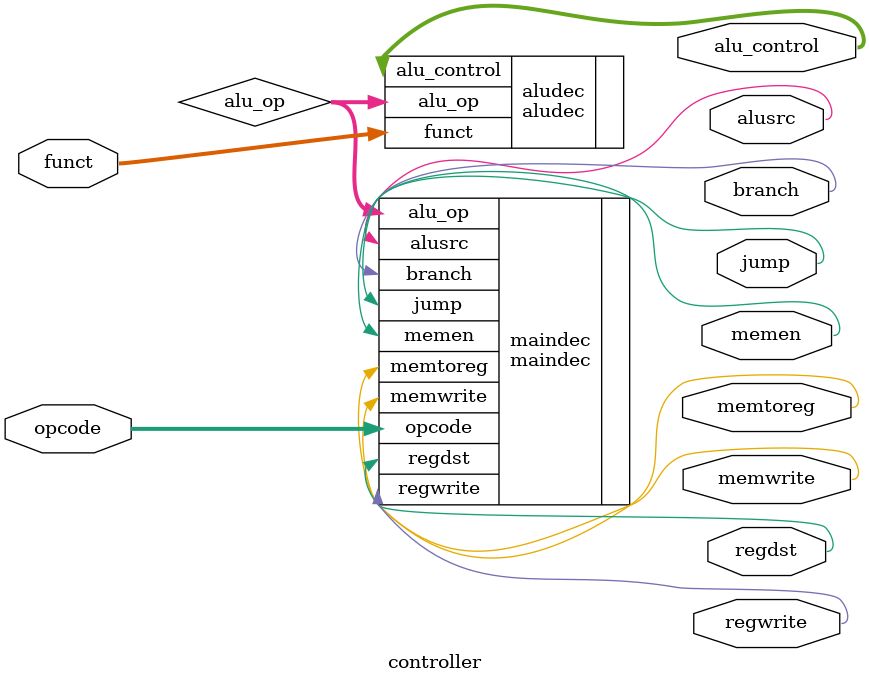
<source format=v>
`timescale 1ns / 1ps


module controller(
    input [5:0]opcode,  
    input [5:0]funct,
    output wire jump,
    output wire branch,
    output wire alusrc,
    output wire memwrite,
    output wire memtoreg,
    output wire regwrite,
    output wire regdst,memen,
    output wire [2:0] alu_control
    );

wire [1:0] alu_op;

maindec maindec(
    .opcode(opcode),
    .jump(jump),
    .branch(branch),
    .alusrc(alusrc),
    .memwrite(memwrite),
    .memtoreg(memtoreg),
    .regwrite(regwrite),
    .regdst(regdst),
    .memen(memen),
    .alu_op(alu_op));
    
aludec aludec(.funct(funct),.alu_op(alu_op),.alu_control(alu_control));
    
endmodule
    
</source>
